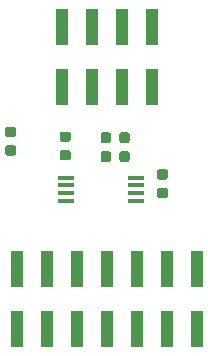
<source format=gbr>
G04 #@! TF.GenerationSoftware,KiCad,Pcbnew,5.1.12-84ad8e8a86~92~ubuntu20.04.1*
G04 #@! TF.CreationDate,2022-02-01T22:15:14-05:00*
G04 #@! TF.ProjectId,403SFM3020_sensor_module,34303353-464d-4333-9032-305f73656e73,rev?*
G04 #@! TF.SameCoordinates,Original*
G04 #@! TF.FileFunction,Soldermask,Bot*
G04 #@! TF.FilePolarity,Negative*
%FSLAX46Y46*%
G04 Gerber Fmt 4.6, Leading zero omitted, Abs format (unit mm)*
G04 Created by KiCad (PCBNEW 5.1.12-84ad8e8a86~92~ubuntu20.04.1) date 2022-02-01 22:15:14*
%MOMM*%
%LPD*%
G01*
G04 APERTURE LIST*
%ADD10R,1.000000X3.150000*%
%ADD11R,1.450000X0.450000*%
G04 APERTURE END LIST*
G36*
G01*
X105021090Y-42941860D02*
X104508590Y-42941860D01*
G75*
G02*
X104289840Y-42723110I0J218750D01*
G01*
X104289840Y-42285610D01*
G75*
G02*
X104508590Y-42066860I218750J0D01*
G01*
X105021090Y-42066860D01*
G75*
G02*
X105239840Y-42285610I0J-218750D01*
G01*
X105239840Y-42723110D01*
G75*
G02*
X105021090Y-42941860I-218750J0D01*
G01*
G37*
G36*
G01*
X105021090Y-41366860D02*
X104508590Y-41366860D01*
G75*
G02*
X104289840Y-41148110I0J218750D01*
G01*
X104289840Y-40710610D01*
G75*
G02*
X104508590Y-40491860I218750J0D01*
G01*
X105021090Y-40491860D01*
G75*
G02*
X105239840Y-40710610I0J-218750D01*
G01*
X105239840Y-41148110D01*
G75*
G02*
X105021090Y-41366860I-218750J0D01*
G01*
G37*
G36*
G01*
X117878570Y-44955980D02*
X117366070Y-44955980D01*
G75*
G02*
X117147320Y-44737230I0J218750D01*
G01*
X117147320Y-44299730D01*
G75*
G02*
X117366070Y-44080980I218750J0D01*
G01*
X117878570Y-44080980D01*
G75*
G02*
X118097320Y-44299730I0J-218750D01*
G01*
X118097320Y-44737230D01*
G75*
G02*
X117878570Y-44955980I-218750J0D01*
G01*
G37*
G36*
G01*
X117878570Y-46530980D02*
X117366070Y-46530980D01*
G75*
G02*
X117147320Y-46312230I0J218750D01*
G01*
X117147320Y-45874730D01*
G75*
G02*
X117366070Y-45655980I218750J0D01*
G01*
X117878570Y-45655980D01*
G75*
G02*
X118097320Y-45874730I0J-218750D01*
G01*
X118097320Y-46312230D01*
G75*
G02*
X117878570Y-46530980I-218750J0D01*
G01*
G37*
G36*
G01*
X112396820Y-43286390D02*
X112396820Y-42773890D01*
G75*
G02*
X112615570Y-42555140I218750J0D01*
G01*
X113053070Y-42555140D01*
G75*
G02*
X113271820Y-42773890I0J-218750D01*
G01*
X113271820Y-43286390D01*
G75*
G02*
X113053070Y-43505140I-218750J0D01*
G01*
X112615570Y-43505140D01*
G75*
G02*
X112396820Y-43286390I0J218750D01*
G01*
G37*
G36*
G01*
X113971820Y-43286390D02*
X113971820Y-42773890D01*
G75*
G02*
X114190570Y-42555140I218750J0D01*
G01*
X114628070Y-42555140D01*
G75*
G02*
X114846820Y-42773890I0J-218750D01*
G01*
X114846820Y-43286390D01*
G75*
G02*
X114628070Y-43505140I-218750J0D01*
G01*
X114190570Y-43505140D01*
G75*
G02*
X113971820Y-43286390I0J218750D01*
G01*
G37*
G36*
G01*
X113971820Y-41676030D02*
X113971820Y-41163530D01*
G75*
G02*
X114190570Y-40944780I218750J0D01*
G01*
X114628070Y-40944780D01*
G75*
G02*
X114846820Y-41163530I0J-218750D01*
G01*
X114846820Y-41676030D01*
G75*
G02*
X114628070Y-41894780I-218750J0D01*
G01*
X114190570Y-41894780D01*
G75*
G02*
X113971820Y-41676030I0J218750D01*
G01*
G37*
G36*
G01*
X112396820Y-41676030D02*
X112396820Y-41163530D01*
G75*
G02*
X112615570Y-40944780I218750J0D01*
G01*
X113053070Y-40944780D01*
G75*
G02*
X113271820Y-41163530I0J-218750D01*
G01*
X113271820Y-41676030D01*
G75*
G02*
X113053070Y-41894780I-218750J0D01*
G01*
X112615570Y-41894780D01*
G75*
G02*
X112396820Y-41676030I0J218750D01*
G01*
G37*
D10*
X105330000Y-52555000D03*
X105330000Y-57605000D03*
X107870000Y-52555000D03*
X107870000Y-57605000D03*
X110410000Y-52555000D03*
X110410000Y-57605000D03*
X112950000Y-52555000D03*
X112950000Y-57605000D03*
X115490000Y-52555000D03*
X115490000Y-57605000D03*
X118030000Y-52555000D03*
X118030000Y-57605000D03*
X120570000Y-52555000D03*
X120570000Y-57605000D03*
X116770000Y-37105000D03*
X116770000Y-32055000D03*
X114230000Y-37105000D03*
X114230000Y-32055000D03*
X111690000Y-37105000D03*
X111690000Y-32055000D03*
X109150000Y-37105000D03*
X109150000Y-32055000D03*
D11*
X115398340Y-44793260D03*
X115398340Y-45443260D03*
X115398340Y-46093260D03*
X115398340Y-46743260D03*
X109498340Y-46743260D03*
X109498340Y-46093260D03*
X109498340Y-45443260D03*
X109498340Y-44793260D03*
G36*
G01*
X109651510Y-43340740D02*
X109139010Y-43340740D01*
G75*
G02*
X108920260Y-43121990I0J218750D01*
G01*
X108920260Y-42684490D01*
G75*
G02*
X109139010Y-42465740I218750J0D01*
G01*
X109651510Y-42465740D01*
G75*
G02*
X109870260Y-42684490I0J-218750D01*
G01*
X109870260Y-43121990D01*
G75*
G02*
X109651510Y-43340740I-218750J0D01*
G01*
G37*
G36*
G01*
X109651510Y-41765740D02*
X109139010Y-41765740D01*
G75*
G02*
X108920260Y-41546990I0J218750D01*
G01*
X108920260Y-41109490D01*
G75*
G02*
X109139010Y-40890740I218750J0D01*
G01*
X109651510Y-40890740D01*
G75*
G02*
X109870260Y-41109490I0J-218750D01*
G01*
X109870260Y-41546990D01*
G75*
G02*
X109651510Y-41765740I-218750J0D01*
G01*
G37*
M02*

</source>
